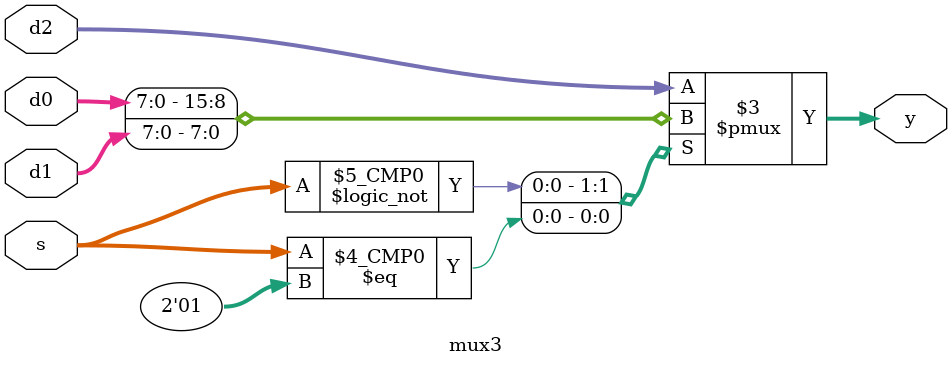
<source format=sv>
module mux3 #(parameter WIDTH = 8)
  (input       [WIDTH-1:0] d0, d1, d2,
   input       [1:0]       s, 	// s[1] s[0]
   output logic[WIDTH-1:0] y);

// fill in guts (combinational -- assign or always_comb, use =)
always_comb begin
  case(s)
    2'b00: y = d0;
    2'b01: y = d1;
    default: y = d2;
  endcase 
end
//  s[1]  s[0]  y
//  0     0    d0
//  0     1	   d1
//  1     0    d2
//  1     1	   d2
endmodule
</source>
